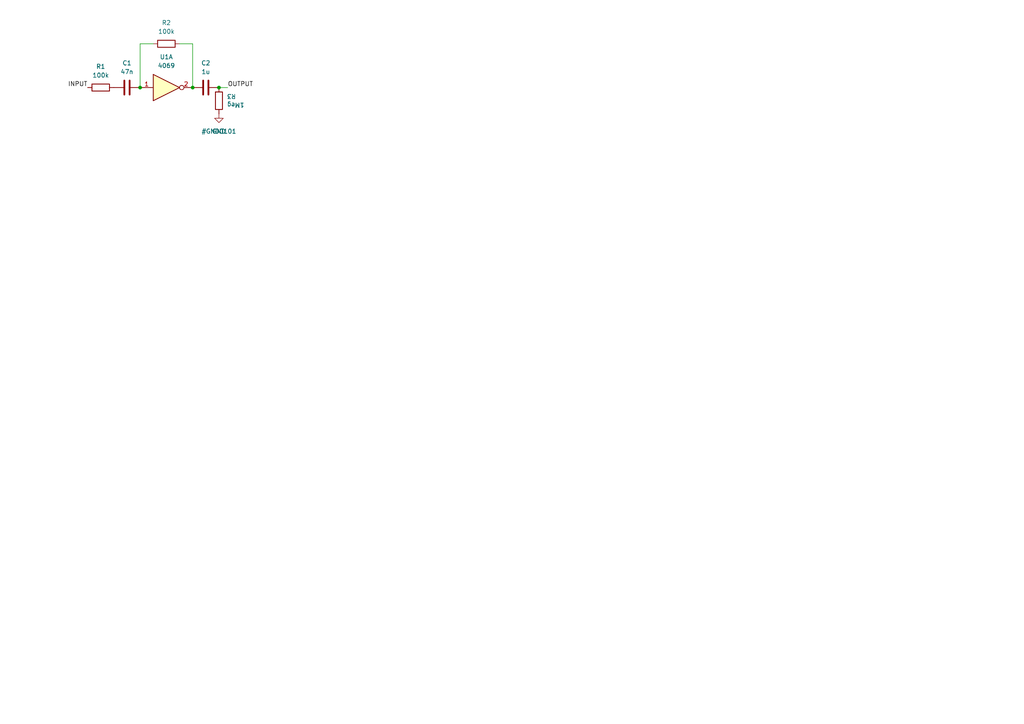
<source format=kicad_sch>
(kicad_sch (version 20211123) (generator eeschema)
  (paper "A4")
  (lib_symbols
    (symbol "4xxx:4069" (pin_names (offset 1.016))
      (property "Reference" "U" (at 0 1.27 0))
      (property "Value" "4069" (at 0 -1.27 0))
      (symbol "4069_1_0"
        (polyline (pts (xy -3.81 3.81) (xy -3.81 -3.81) (xy 3.81 0) (xy -3.81 3.81)) (stroke (width 0.254)) (fill (type background)))
        (pin input line (at -7.62 0 0) (length 3.81) (name "~") (number "1"))
        (pin output inverted (at 7.62 0 180) (length 3.81) (name "~") (number "2"))
      )
      (symbol "4069_2_0"
        (polyline (pts (xy -3.81 3.81) (xy -3.81 -3.81) (xy 3.81 0) (xy -3.81 3.81)) (stroke (width 0.254)) (fill (type background)))
        (pin input line (at -7.62 0 0) (length 3.81) (name "~") (number "3"))
        (pin output inverted (at 7.62 0 180) (length 3.81) (name "~") (number "4"))
      )
      (symbol "4069_3_0"
        (polyline (pts (xy -3.81 3.81) (xy -3.81 -3.81) (xy 3.81 0) (xy -3.81 3.81)) (stroke (width 0.254)) (fill (type background)))
        (pin input line (at -7.62 0 0) (length 3.81) (name "~") (number "5"))
        (pin output inverted (at 7.62 0 180) (length 3.81) (name "~") (number "6"))
      )
      (symbol "4069_4_0"
        (polyline (pts (xy -3.81 3.81) (xy -3.81 -3.81) (xy 3.81 0) (xy -3.81 3.81)) (stroke (width 0.254)) (fill (type background)))
        (pin output inverted (at 7.62 0 180) (length 3.81) (name "~") (number "8"))
        (pin input line (at -7.62 0 0) (length 3.81) (name "~") (number "9"))
      )
      (symbol "4069_5_0"
        (polyline (pts (xy -3.81 3.81) (xy -3.81 -3.81) (xy 3.81 0) (xy -3.81 3.81)) (stroke (width 0.254)) (fill (type background)))
        (pin output inverted (at 7.62 0 180) (length 3.81) (name "~") (number "10"))
        (pin input line (at -7.62 0 0) (length 3.81) (name "~") (number "11"))
      )
      (symbol "4069_6_0"
        (polyline (pts (xy -3.81 3.81) (xy -3.81 -3.81) (xy 3.81 0) (xy -3.81 3.81)) (stroke (width 0.254)) (fill (type background)))
        (pin output inverted (at 7.62 0 180) (length 3.81) (name "~") (number "12"))
        (pin input line (at -7.62 0 0) (length 3.81) (name "~") (number "13"))
      )
      (symbol "4069_7_0"
        (pin power_in line (at 0 12.7 270) (length 5.08) (name "VDD") (number "14"))
        (pin power_in line (at 0 -12.7 90) (length 5.08) (name "VSS") (number "7"))
      )
      (symbol "4069_7_1"
        (rectangle (start -5.08 7.62) (end 5.08 -7.62) (stroke (width 0.254)) (fill (type background)))
      )
    )
    (symbol "Device:C" (pin_numbers hide) (pin_names (offset 0.254))
      (property "Reference" "C" (at 0.635 2.54 0))
      (property "Value" "C" (at 0.635 -2.54 0))
      (symbol "C_0_1"
        (polyline (pts (xy -2.032 -0.762) (xy 2.032 -0.762)) (stroke (width 0.508)))
        (polyline (pts (xy -2.032 0.762) (xy 2.032 0.762)) (stroke (width 0.508)))
      )
      (symbol "C_1_1"
        (pin passive line (at 0 3.81 270) (length 2.794) (name "~") (number "1"))
        (pin passive line (at 0 -3.81 90) (length 2.794) (name "~") (number "2"))
      )
    )
    (symbol "Device:R" (pin_numbers hide) (pin_names (offset 0))
      (property "Reference" "R" (at 2.032 0 90))
      (property "Value" "R" (at 0 0 90))
      (symbol "R_0_1"
        (rectangle (start -1.016 -2.54) (end 1.016 2.54) (stroke (width 0.254)))
      )
      (symbol "R_1_1"
        (pin passive line (at 0 3.81 270) (length 1.27) (name "~") (number "1"))
        (pin passive line (at 0 -3.81 90) (length 1.27) (name "~") (number "2"))
      )
    )
    (symbol "power:GND" (power) (pin_names (offset 0))
      (property "Value" "GND" (at 0 -3.81 0))
      (symbol "GND_0_1"
        (polyline (pts (xy 0 0) (xy 0 -1.27) (xy 1.27 -1.27) (xy 0 -2.54) (xy -1.27 -1.27) (xy 0 -1.27)))
      )
      (symbol "GND_1_1"
        (pin power_in line (at 0 0 270) (length 0) hide (name "GND") (number "1"))
      )
    )
  )
  (junction (at 63.5 25.4))
  (junction (at 55.88 25.4))
  (junction (at 40.64 25.4))
  (wire (pts (xy 55.88 25.4) (xy 55.88 12.7)))
  (wire (pts (xy 55.88 12.7) (xy 52.07 12.7)))
  (wire (pts (xy 63.5 25.4) (xy 66.04 25.4)))
  (wire (pts (xy 40.64 12.7) (xy 40.64 25.4)))
  (wire (pts (xy 44.45 12.7) (xy 40.64 12.7)))
  (label "INPUT" (at 25.4 25.4 180))
  (label "OUTPUT" (at 66.04 25.4 0))
  (symbol (lib_id "Device:C") (at 59.69 25.4 90) (unit 1)
    (property "Reference" "C2" (at 59.69 18.29 -90))
    (property "Value" "1u" (at 59.69 20.83 -90))
  )
  (symbol (lib_id "Device:R") (at 29.21 25.4 90) (unit 1)
    (property "Reference" "R1" (at 29.21 19.3 -90))
    (property "Value" "100k" (at 29.21 21.84 -90))
  )
  (symbol (lib_id "Device:C") (at 36.83 25.4 90) (unit 1)
    (property "Reference" "C1" (at 36.83 18.29 -90))
    (property "Value" "47n" (at 36.83 20.83 -90))
  )
  (symbol (lib_id "Device:R") (at 48.26 12.7 270) (unit 1)
    (property "Reference" "R2" (at 48.26 6.6 -270))
    (property "Value" "100k" (at 48.26 9.14 -270))
  )
  (symbol (lib_id "Device:R") (at 63.5 29.21 180) (unit 1)
    (property "Reference" "R3" (at 65.79 27.94 180) (effects (justify left)))
    (property "Value" "1Meg" (at 65.79 30.48 180) (effects (justify left)))
  )
  (symbol (lib_id "power:GND") (at 63.5 33.02 0) (unit 1)
    (property "Reference" "#GND0101" (at 63.5 38.1 0))
    (property "Value" "~" (at 63.5 38.1 0))
  )
  (symbol (lib_id "4xxx:4069") (at 48.26 25.4 0) (unit 1)
    (property "Reference" "U1" (at 48.26 16.51 0))
    (property "Value" "4069" (at 48.26 19.05 0))
    (property "Datasheet" "http://www.intersil.com/content/dam/Intersil/documents/cd40/cd4069ubms.pdf" (effects hide))
  )
)
</source>
